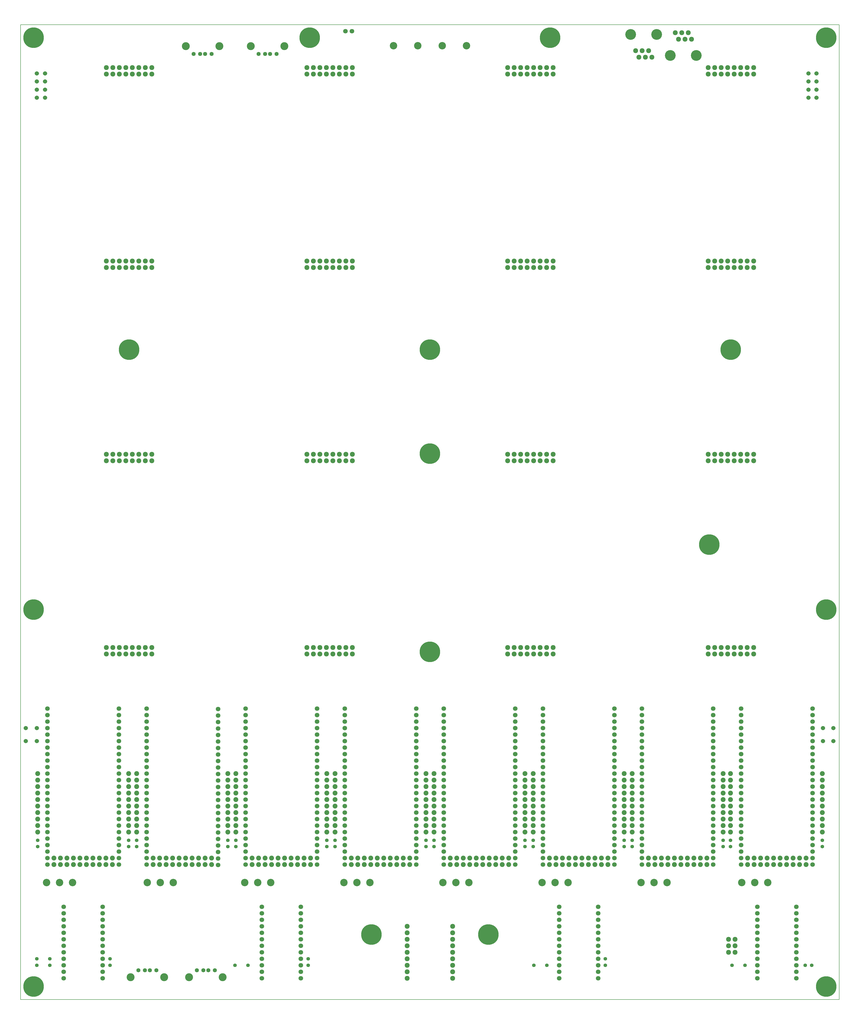
<source format=gbr>
G04 #@! TF.FileFunction,Soldermask,Top*
%FSLAX46Y46*%
G04 Gerber Fmt 4.6, Leading zero omitted, Abs format (unit mm)*
G04 Created by KiCad (PCBNEW 4.0.7) date Wednesday, October 10, 2018 'PMt' 11:05:21 PM*
%MOMM*%
%LPD*%
G01*
G04 APERTURE LIST*
%ADD10C,0.100000*%
%ADD11C,0.150000*%
%ADD12C,1.900000*%
%ADD13C,4.200000*%
%ADD14C,1.924000*%
%ADD15C,1.600000*%
%ADD16C,3.100000*%
%ADD17C,1.797000*%
%ADD18C,1.400000*%
%ADD19C,8.020000*%
%ADD20C,2.900000*%
%ADD21C,1.670000*%
G04 APERTURE END LIST*
D10*
D11*
X345440000Y-16510000D02*
X345440000Y-397510000D01*
X25400000Y-16510000D02*
X25400000Y-397510000D01*
X25400000Y-397510000D02*
X345440000Y-397510000D01*
X25400000Y-16510000D02*
X345440000Y-16510000D01*
D12*
X148272500Y-332105000D03*
X148272500Y-329565000D03*
X148272500Y-327025000D03*
X148272500Y-324485000D03*
X148272500Y-321945000D03*
X148272500Y-319405000D03*
X148272500Y-316865000D03*
X148272500Y-314325000D03*
X148272500Y-311785000D03*
X148272500Y-309245000D03*
X145097500Y-332105000D03*
X145097500Y-329565000D03*
X145097500Y-327025000D03*
X145097500Y-324485000D03*
X145097500Y-321945000D03*
X145097500Y-319405000D03*
X145097500Y-316865000D03*
X145097500Y-314325000D03*
X145097500Y-311785000D03*
X145097500Y-309245000D03*
D13*
X279400000Y-28575000D03*
X289560000Y-28575000D03*
D14*
X285110000Y-22225000D03*
X287650000Y-22225000D03*
X283840000Y-19685000D03*
X286380000Y-19685000D03*
X282570000Y-22225000D03*
X281300000Y-19685000D03*
D15*
X94290000Y-386080000D03*
X96790000Y-386080000D03*
X98790000Y-386080000D03*
X101290000Y-386080000D03*
D16*
X104360000Y-388790000D03*
X91220000Y-388790000D03*
D14*
X176530000Y-389255000D03*
X176530000Y-386715000D03*
X176530000Y-384175000D03*
X176530000Y-381635000D03*
X176530000Y-379095000D03*
X176530000Y-376555000D03*
X176530000Y-374015000D03*
X176530000Y-371475000D03*
X176530000Y-368935000D03*
X194310000Y-368935000D03*
X194310000Y-371475000D03*
X194310000Y-374015000D03*
X194310000Y-376555000D03*
X194310000Y-379095000D03*
X194310000Y-381635000D03*
X194310000Y-384175000D03*
X194310000Y-386715000D03*
X194310000Y-389255000D03*
X304673000Y-379095000D03*
X302133000Y-379095000D03*
X304673000Y-376555000D03*
X302133000Y-376555000D03*
X304673000Y-374015000D03*
X302133000Y-374015000D03*
D17*
X154940000Y-19050000D03*
X152400000Y-19050000D03*
D18*
X60325000Y-384155000D03*
X60325000Y-381655000D03*
X137795000Y-384155000D03*
X137795000Y-381655000D03*
X254000000Y-384155000D03*
X254000000Y-381655000D03*
X332125000Y-384175000D03*
X334625000Y-384175000D03*
X32067500Y-337800000D03*
X32067500Y-335300000D03*
X67627500Y-337800000D03*
X67627500Y-335300000D03*
X109537500Y-337800000D03*
X109537500Y-335300000D03*
X145097500Y-337800000D03*
X145097500Y-335300000D03*
X148272500Y-337800000D03*
X148272500Y-335300000D03*
X183832500Y-337800000D03*
X183832500Y-335300000D03*
X187007500Y-337800000D03*
X187007500Y-335300000D03*
X222567500Y-337800000D03*
X222567500Y-335300000D03*
X225742500Y-337800000D03*
X225742500Y-335300000D03*
X261302500Y-337800000D03*
X261302500Y-335300000D03*
X264477500Y-337800000D03*
X264477500Y-335300000D03*
X300037500Y-337800000D03*
X300037500Y-335300000D03*
X302895000Y-337800000D03*
X302895000Y-335300000D03*
X338772500Y-337800000D03*
X338772500Y-335300000D03*
X70739000Y-337800000D03*
X70739000Y-335300000D03*
X106362500Y-337800000D03*
X106362500Y-335300000D03*
X36830000Y-384175000D03*
X31750000Y-384175000D03*
X231140000Y-384175000D03*
X226060000Y-384175000D03*
X308610000Y-384175000D03*
X303530000Y-384175000D03*
X114300000Y-384175000D03*
X109220000Y-384175000D03*
X36830000Y-381635000D03*
X31750000Y-381635000D03*
D14*
X76657200Y-35877500D03*
X74117200Y-35877500D03*
X71577200Y-35877500D03*
X69037200Y-35877500D03*
X66497200Y-35877500D03*
X63957200Y-35877500D03*
X61417200Y-35877500D03*
X76657200Y-33337500D03*
X74117200Y-33337500D03*
X71577200Y-33337500D03*
X69037200Y-33337500D03*
X66497200Y-33337500D03*
X63957200Y-33337500D03*
X58877200Y-33337500D03*
X61417200Y-33337500D03*
X58877200Y-35877500D03*
X155092400Y-35877500D03*
X152552400Y-35877500D03*
X150012400Y-35877500D03*
X147472400Y-35877500D03*
X144932400Y-35877500D03*
X142392400Y-35877500D03*
X139852400Y-35877500D03*
X155092400Y-33337500D03*
X152552400Y-33337500D03*
X150012400Y-33337500D03*
X147472400Y-33337500D03*
X144932400Y-33337500D03*
X142392400Y-33337500D03*
X137312400Y-33337500D03*
X139852400Y-33337500D03*
X137312400Y-35877500D03*
X311962800Y-35877500D03*
X309422800Y-35877500D03*
X306882800Y-35877500D03*
X304342800Y-35877500D03*
X301802800Y-35877500D03*
X299262800Y-35877500D03*
X296722800Y-35877500D03*
X311962800Y-33337500D03*
X309422800Y-33337500D03*
X306882800Y-33337500D03*
X304342800Y-33337500D03*
X301802800Y-33337500D03*
X299262800Y-33337500D03*
X294182800Y-33337500D03*
X296722800Y-33337500D03*
X294182800Y-35877500D03*
X76657200Y-111417100D03*
X74117200Y-111417100D03*
X71577200Y-111417100D03*
X69037200Y-111417100D03*
X66497200Y-111417100D03*
X63957200Y-111417100D03*
X61417200Y-111417100D03*
X76657200Y-108877100D03*
X74117200Y-108877100D03*
X71577200Y-108877100D03*
X69037200Y-108877100D03*
X66497200Y-108877100D03*
X63957200Y-108877100D03*
X58877200Y-108877100D03*
X61417200Y-108877100D03*
X58877200Y-111417100D03*
X155092400Y-111417100D03*
X152552400Y-111417100D03*
X150012400Y-111417100D03*
X147472400Y-111417100D03*
X144932400Y-111417100D03*
X142392400Y-111417100D03*
X139852400Y-111417100D03*
X155092400Y-108877100D03*
X152552400Y-108877100D03*
X150012400Y-108877100D03*
X147472400Y-108877100D03*
X144932400Y-108877100D03*
X142392400Y-108877100D03*
X137312400Y-108877100D03*
X139852400Y-108877100D03*
X137312400Y-111417100D03*
X311962800Y-111417100D03*
X309422800Y-111417100D03*
X306882800Y-111417100D03*
X304342800Y-111417100D03*
X301802800Y-111417100D03*
X299262800Y-111417100D03*
X296722800Y-111417100D03*
X311962800Y-108877100D03*
X309422800Y-108877100D03*
X306882800Y-108877100D03*
X304342800Y-108877100D03*
X301802800Y-108877100D03*
X299262800Y-108877100D03*
X294182800Y-108877100D03*
X296722800Y-108877100D03*
X294182800Y-111417100D03*
X76657200Y-186956700D03*
X74117200Y-186956700D03*
X71577200Y-186956700D03*
X69037200Y-186956700D03*
X66497200Y-186956700D03*
X63957200Y-186956700D03*
X61417200Y-186956700D03*
X76657200Y-184416700D03*
X74117200Y-184416700D03*
X71577200Y-184416700D03*
X69037200Y-184416700D03*
X66497200Y-184416700D03*
X63957200Y-184416700D03*
X58877200Y-184416700D03*
X61417200Y-184416700D03*
X58877200Y-186956700D03*
X155092400Y-186956700D03*
X152552400Y-186956700D03*
X150012400Y-186956700D03*
X147472400Y-186956700D03*
X144932400Y-186956700D03*
X142392400Y-186956700D03*
X139852400Y-186956700D03*
X155092400Y-184416700D03*
X152552400Y-184416700D03*
X150012400Y-184416700D03*
X147472400Y-184416700D03*
X144932400Y-184416700D03*
X142392400Y-184416700D03*
X137312400Y-184416700D03*
X139852400Y-184416700D03*
X137312400Y-186956700D03*
X76657200Y-262496300D03*
X74117200Y-262496300D03*
X71577200Y-262496300D03*
X69037200Y-262496300D03*
X66497200Y-262496300D03*
X63957200Y-262496300D03*
X61417200Y-262496300D03*
X76657200Y-259956300D03*
X74117200Y-259956300D03*
X71577200Y-259956300D03*
X69037200Y-259956300D03*
X66497200Y-259956300D03*
X63957200Y-259956300D03*
X58877200Y-259956300D03*
X61417200Y-259956300D03*
X58877200Y-262496300D03*
X155092400Y-262496300D03*
X152552400Y-262496300D03*
X150012400Y-262496300D03*
X147472400Y-262496300D03*
X144932400Y-262496300D03*
X142392400Y-262496300D03*
X139852400Y-262496300D03*
X155092400Y-259956300D03*
X152552400Y-259956300D03*
X150012400Y-259956300D03*
X147472400Y-259956300D03*
X144932400Y-259956300D03*
X142392400Y-259956300D03*
X137312400Y-259956300D03*
X139852400Y-259956300D03*
X137312400Y-262496300D03*
X233527600Y-262496300D03*
X230987600Y-262496300D03*
X228447600Y-262496300D03*
X225907600Y-262496300D03*
X223367600Y-262496300D03*
X220827600Y-262496300D03*
X218287600Y-262496300D03*
X233527600Y-259956300D03*
X230987600Y-259956300D03*
X228447600Y-259956300D03*
X225907600Y-259956300D03*
X223367600Y-259956300D03*
X220827600Y-259956300D03*
X215747600Y-259956300D03*
X218287600Y-259956300D03*
X215747600Y-262496300D03*
X311962800Y-262496300D03*
X309422800Y-262496300D03*
X306882800Y-262496300D03*
X304342800Y-262496300D03*
X301802800Y-262496300D03*
X299262800Y-262496300D03*
X296722800Y-262496300D03*
X311962800Y-259956300D03*
X309422800Y-259956300D03*
X306882800Y-259956300D03*
X304342800Y-259956300D03*
X301802800Y-259956300D03*
X299262800Y-259956300D03*
X294182800Y-259956300D03*
X296722800Y-259956300D03*
X294182800Y-262496300D03*
X233527600Y-35877500D03*
X230987600Y-35877500D03*
X228447600Y-35877500D03*
X225907600Y-35877500D03*
X223367600Y-35877500D03*
X220827600Y-35877500D03*
X218287600Y-35877500D03*
X233527600Y-33337500D03*
X230987600Y-33337500D03*
X228447600Y-33337500D03*
X225907600Y-33337500D03*
X223367600Y-33337500D03*
X220827600Y-33337500D03*
X215747600Y-33337500D03*
X218287600Y-33337500D03*
X215747600Y-35877500D03*
X233527600Y-111417100D03*
X230987600Y-111417100D03*
X228447600Y-111417100D03*
X225907600Y-111417100D03*
X223367600Y-111417100D03*
X220827600Y-111417100D03*
X218287600Y-111417100D03*
X233527600Y-108877100D03*
X230987600Y-108877100D03*
X228447600Y-108877100D03*
X225907600Y-108877100D03*
X223367600Y-108877100D03*
X220827600Y-108877100D03*
X215747600Y-108877100D03*
X218287600Y-108877100D03*
X215747600Y-111417100D03*
X233527600Y-186956700D03*
X230987600Y-186956700D03*
X228447600Y-186956700D03*
X225907600Y-186956700D03*
X223367600Y-186956700D03*
X220827600Y-186956700D03*
X218287600Y-186956700D03*
X233527600Y-184416700D03*
X230987600Y-184416700D03*
X228447600Y-184416700D03*
X225907600Y-184416700D03*
X223367600Y-184416700D03*
X220827600Y-184416700D03*
X215747600Y-184416700D03*
X218287600Y-184416700D03*
X215747600Y-186956700D03*
X311962800Y-186956700D03*
X309422800Y-186956700D03*
X306882800Y-186956700D03*
X304342800Y-186956700D03*
X301802800Y-186956700D03*
X299262800Y-186956700D03*
X296722800Y-186956700D03*
X311962800Y-184416700D03*
X309422800Y-184416700D03*
X306882800Y-184416700D03*
X304342800Y-184416700D03*
X301802800Y-184416700D03*
X299262800Y-184416700D03*
X294182800Y-184416700D03*
X296722800Y-184416700D03*
X294182800Y-186956700D03*
D19*
X30480000Y-21590000D03*
X138430000Y-21590000D03*
X232410000Y-21590000D03*
X67818000Y-143510000D03*
X185420000Y-143510000D03*
X303022000Y-143510000D03*
X185420000Y-184150000D03*
X294640000Y-219710000D03*
X30480000Y-245110000D03*
X340360000Y-245110000D03*
X185420000Y-261620000D03*
X162560000Y-372110000D03*
X208280000Y-372110000D03*
X30480000Y-392430000D03*
X340360000Y-392430000D03*
X340360000Y-21590000D03*
D20*
X199670000Y-24765000D03*
X190170000Y-24765000D03*
X180670000Y-24765000D03*
X171170000Y-24765000D03*
X317500000Y-351790000D03*
X312420000Y-351790000D03*
X307340000Y-351790000D03*
X278130000Y-351790000D03*
X273050000Y-351790000D03*
X267970000Y-351790000D03*
X239395000Y-351790000D03*
X234315000Y-351790000D03*
X229235000Y-351790000D03*
X200660000Y-351790000D03*
X195580000Y-351790000D03*
X190500000Y-351790000D03*
X161925000Y-351790000D03*
X156845000Y-351790000D03*
X151765000Y-351790000D03*
X123190000Y-351790000D03*
X118110000Y-351790000D03*
X113030000Y-351790000D03*
X85090000Y-351790000D03*
X80010000Y-351790000D03*
X74930000Y-351790000D03*
X45720000Y-351790000D03*
X40640000Y-351790000D03*
X35560000Y-351790000D03*
D15*
X100020000Y-27940000D03*
X97520000Y-27940000D03*
X95520000Y-27940000D03*
X93020000Y-27940000D03*
D16*
X89950000Y-24940000D03*
X103090000Y-24940000D03*
D15*
X71430000Y-386080000D03*
X73930000Y-386080000D03*
X75930000Y-386080000D03*
X78430000Y-386080000D03*
D16*
X81500000Y-388790000D03*
X68360000Y-388790000D03*
D15*
X125420000Y-27940000D03*
X122920000Y-27940000D03*
X120920000Y-27940000D03*
X118420000Y-27940000D03*
D16*
X115350000Y-24940000D03*
X128490000Y-24940000D03*
D21*
X339090000Y-296545000D03*
X343154000Y-296545000D03*
X339090000Y-291465000D03*
X343154000Y-291465000D03*
X31750000Y-296545000D03*
X31750000Y-291465000D03*
X27432000Y-296545000D03*
X27432000Y-291465000D03*
X31750000Y-35560000D03*
X34925000Y-35560000D03*
X31750000Y-38735000D03*
X34925000Y-38735000D03*
X31750000Y-41910000D03*
X34925000Y-41910000D03*
X31750000Y-45085000D03*
X34925000Y-45085000D03*
X333375000Y-35560000D03*
X336550000Y-35560000D03*
X333375000Y-38735000D03*
X336550000Y-38735000D03*
X333375000Y-41910000D03*
X336550000Y-41910000D03*
X333375000Y-45085000D03*
X336550000Y-45085000D03*
D17*
X119697500Y-361315000D03*
X119697500Y-363855000D03*
X119697500Y-366395000D03*
X119697500Y-368935000D03*
X119697500Y-371475000D03*
X119697500Y-374015000D03*
X119697500Y-376555000D03*
X119697500Y-381635000D03*
X119697500Y-384175000D03*
X119697500Y-386715000D03*
X119697500Y-389255000D03*
X119697500Y-379095000D03*
X134937500Y-379095000D03*
X134937500Y-389255000D03*
X134937500Y-386715000D03*
X134937500Y-384175000D03*
X134937500Y-381635000D03*
X134937500Y-376555000D03*
X134937500Y-374015000D03*
X134937500Y-371475000D03*
X134937500Y-368935000D03*
X134937500Y-366395000D03*
X134937500Y-363855000D03*
X134937500Y-361315000D03*
X313372500Y-361315000D03*
X313372500Y-363855000D03*
X313372500Y-366395000D03*
X313372500Y-368935000D03*
X313372500Y-371475000D03*
X313372500Y-374015000D03*
X313372500Y-376555000D03*
X313372500Y-381635000D03*
X313372500Y-384175000D03*
X313372500Y-386715000D03*
X313372500Y-389255000D03*
X313372500Y-379095000D03*
X328612500Y-379095000D03*
X328612500Y-389255000D03*
X328612500Y-386715000D03*
X328612500Y-384175000D03*
X328612500Y-381635000D03*
X328612500Y-376555000D03*
X328612500Y-374015000D03*
X328612500Y-371475000D03*
X328612500Y-368935000D03*
X328612500Y-366395000D03*
X328612500Y-363855000D03*
X328612500Y-361315000D03*
X235902500Y-361315000D03*
X235902500Y-363855000D03*
X235902500Y-366395000D03*
X235902500Y-368935000D03*
X235902500Y-371475000D03*
X235902500Y-374015000D03*
X235902500Y-376555000D03*
X235902500Y-381635000D03*
X235902500Y-384175000D03*
X235902500Y-386715000D03*
X235902500Y-389255000D03*
X235902500Y-379095000D03*
X251142500Y-379095000D03*
X251142500Y-389255000D03*
X251142500Y-386715000D03*
X251142500Y-384175000D03*
X251142500Y-381635000D03*
X251142500Y-376555000D03*
X251142500Y-374015000D03*
X251142500Y-371475000D03*
X251142500Y-368935000D03*
X251142500Y-366395000D03*
X251142500Y-363855000D03*
X251142500Y-361315000D03*
X42227500Y-361315000D03*
X42227500Y-363855000D03*
X42227500Y-366395000D03*
X42227500Y-368935000D03*
X42227500Y-371475000D03*
X42227500Y-374015000D03*
X42227500Y-376555000D03*
X42227500Y-381635000D03*
X42227500Y-384175000D03*
X42227500Y-386715000D03*
X42227500Y-389255000D03*
X42227500Y-379095000D03*
X57467500Y-379095000D03*
X57467500Y-389255000D03*
X57467500Y-386715000D03*
X57467500Y-384175000D03*
X57467500Y-381635000D03*
X57467500Y-376555000D03*
X57467500Y-374015000D03*
X57467500Y-371475000D03*
X57467500Y-368935000D03*
X57467500Y-366395000D03*
X57467500Y-363855000D03*
X57467500Y-361315000D03*
D14*
X265816000Y-26670000D03*
D13*
X274066000Y-20320000D03*
X263906000Y-20320000D03*
D14*
X268356000Y-26670000D03*
X270896000Y-26670000D03*
X267086000Y-29210000D03*
X269626000Y-29210000D03*
X272166000Y-29210000D03*
D12*
X32067500Y-332105000D03*
X32067500Y-329565000D03*
X32067500Y-327025000D03*
X32067500Y-324485000D03*
X32067500Y-321945000D03*
X32067500Y-319405000D03*
X32067500Y-316865000D03*
X32067500Y-314325000D03*
X32067500Y-311785000D03*
X32067500Y-309245000D03*
X67627500Y-332105000D03*
X67627500Y-329565000D03*
X67627500Y-327025000D03*
X67627500Y-324485000D03*
X67627500Y-321945000D03*
X67627500Y-319405000D03*
X67627500Y-316865000D03*
X67627500Y-314325000D03*
X67627500Y-311785000D03*
X67627500Y-309245000D03*
X70739000Y-332105000D03*
X70739000Y-329565000D03*
X70739000Y-327025000D03*
X70739000Y-324485000D03*
X70739000Y-321945000D03*
X70739000Y-319405000D03*
X70739000Y-316865000D03*
X70739000Y-314325000D03*
X70739000Y-311785000D03*
X70739000Y-309245000D03*
X106362500Y-332105000D03*
X106362500Y-329565000D03*
X106362500Y-327025000D03*
X106362500Y-324485000D03*
X106362500Y-321945000D03*
X106362500Y-319405000D03*
X106362500Y-316865000D03*
X106362500Y-314325000D03*
X106362500Y-311785000D03*
X106362500Y-309245000D03*
X109537500Y-332105000D03*
X109537500Y-329565000D03*
X109537500Y-327025000D03*
X109537500Y-324485000D03*
X109537500Y-321945000D03*
X109537500Y-319405000D03*
X109537500Y-316865000D03*
X109537500Y-314325000D03*
X109537500Y-311785000D03*
X109537500Y-309245000D03*
X183832500Y-332105000D03*
X183832500Y-329565000D03*
X183832500Y-327025000D03*
X183832500Y-324485000D03*
X183832500Y-321945000D03*
X183832500Y-319405000D03*
X183832500Y-316865000D03*
X183832500Y-314325000D03*
X183832500Y-311785000D03*
X183832500Y-309245000D03*
X187007500Y-332105000D03*
X187007500Y-329565000D03*
X187007500Y-327025000D03*
X187007500Y-324485000D03*
X187007500Y-321945000D03*
X187007500Y-319405000D03*
X187007500Y-316865000D03*
X187007500Y-314325000D03*
X187007500Y-311785000D03*
X187007500Y-309245000D03*
X222567500Y-332105000D03*
X222567500Y-329565000D03*
X222567500Y-327025000D03*
X222567500Y-324485000D03*
X222567500Y-321945000D03*
X222567500Y-319405000D03*
X222567500Y-316865000D03*
X222567500Y-314325000D03*
X222567500Y-311785000D03*
X222567500Y-309245000D03*
X225742500Y-332105000D03*
X225742500Y-329565000D03*
X225742500Y-327025000D03*
X225742500Y-324485000D03*
X225742500Y-321945000D03*
X225742500Y-319405000D03*
X225742500Y-316865000D03*
X225742500Y-314325000D03*
X225742500Y-311785000D03*
X225742500Y-309245000D03*
X261302500Y-332105000D03*
X261302500Y-329565000D03*
X261302500Y-327025000D03*
X261302500Y-324485000D03*
X261302500Y-321945000D03*
X261302500Y-319405000D03*
X261302500Y-316865000D03*
X261302500Y-314325000D03*
X261302500Y-311785000D03*
X261302500Y-309245000D03*
X264477500Y-332105000D03*
X264477500Y-329565000D03*
X264477500Y-327025000D03*
X264477500Y-324485000D03*
X264477500Y-321945000D03*
X264477500Y-319405000D03*
X264477500Y-316865000D03*
X264477500Y-314325000D03*
X264477500Y-311785000D03*
X264477500Y-309245000D03*
X300037500Y-332105000D03*
X300037500Y-329565000D03*
X300037500Y-327025000D03*
X300037500Y-324485000D03*
X300037500Y-321945000D03*
X300037500Y-319405000D03*
X300037500Y-316865000D03*
X300037500Y-314325000D03*
X300037500Y-311785000D03*
X300037500Y-309245000D03*
X302895000Y-332105000D03*
X302895000Y-329565000D03*
X302895000Y-327025000D03*
X302895000Y-324485000D03*
X302895000Y-321945000D03*
X302895000Y-319405000D03*
X302895000Y-316865000D03*
X302895000Y-314325000D03*
X302895000Y-311785000D03*
X302895000Y-309245000D03*
X338772500Y-332105000D03*
X338772500Y-329565000D03*
X338772500Y-327025000D03*
X338772500Y-324485000D03*
X338772500Y-321945000D03*
X338772500Y-319405000D03*
X338772500Y-316865000D03*
X338772500Y-314325000D03*
X338772500Y-311785000D03*
X338772500Y-309245000D03*
X38417500Y-344805000D03*
X40957500Y-344805000D03*
X43497500Y-344805000D03*
X46037500Y-344805000D03*
X48577500Y-344805000D03*
X51117500Y-344805000D03*
X53657500Y-344805000D03*
X56197500Y-344805000D03*
X58737500Y-344805000D03*
X61277500Y-344805000D03*
X77152500Y-344805000D03*
X79692500Y-344805000D03*
X82232500Y-344805000D03*
X84772500Y-344805000D03*
X87312500Y-344805000D03*
X89852500Y-344805000D03*
X92392500Y-344805000D03*
X94932500Y-344805000D03*
X97472500Y-344805000D03*
X100012500Y-344805000D03*
X115887500Y-344805000D03*
X118427500Y-344805000D03*
X120967500Y-344805000D03*
X123507500Y-344805000D03*
X126047500Y-344805000D03*
X128587500Y-344805000D03*
X131127500Y-344805000D03*
X133667500Y-344805000D03*
X136207500Y-344805000D03*
X138747500Y-344805000D03*
X154622500Y-344805000D03*
X157162500Y-344805000D03*
X159702500Y-344805000D03*
X162242500Y-344805000D03*
X164782500Y-344805000D03*
X167322500Y-344805000D03*
X169862500Y-344805000D03*
X172402500Y-344805000D03*
X174942500Y-344805000D03*
X177482500Y-344805000D03*
X193357500Y-344805000D03*
X195897500Y-344805000D03*
X198437500Y-344805000D03*
X200977500Y-344805000D03*
X203517500Y-344805000D03*
X206057500Y-344805000D03*
X208597500Y-344805000D03*
X211137500Y-344805000D03*
X213677500Y-344805000D03*
X216217500Y-344805000D03*
X232092500Y-344805000D03*
X234632500Y-344805000D03*
X237172500Y-344805000D03*
X239712500Y-344805000D03*
X242252500Y-344805000D03*
X244792500Y-344805000D03*
X247332500Y-344805000D03*
X249872500Y-344805000D03*
X252412500Y-344805000D03*
X254952500Y-344805000D03*
X270827500Y-344805000D03*
X273367500Y-344805000D03*
X275907500Y-344805000D03*
X278447500Y-344805000D03*
X280987500Y-344805000D03*
X283527500Y-344805000D03*
X286067500Y-344805000D03*
X288607500Y-344805000D03*
X291147500Y-344805000D03*
X293687500Y-344805000D03*
X309562500Y-344805000D03*
X312102500Y-344805000D03*
X314642500Y-344805000D03*
X317182500Y-344805000D03*
X319722500Y-344805000D03*
X322262500Y-344805000D03*
X324802500Y-344805000D03*
X327342500Y-344805000D03*
X329882500Y-344805000D03*
X332422500Y-344805000D03*
X38417500Y-342265000D03*
X40957500Y-342265000D03*
X43497500Y-342265000D03*
X46037500Y-342265000D03*
X48577500Y-342265000D03*
X51117500Y-342265000D03*
X53657500Y-342265000D03*
X56197500Y-342265000D03*
X58737500Y-342265000D03*
X61277500Y-342265000D03*
X77152500Y-342265000D03*
X79692500Y-342265000D03*
X82232500Y-342265000D03*
X84772500Y-342265000D03*
X87312500Y-342265000D03*
X89852500Y-342265000D03*
X92392500Y-342265000D03*
X94932500Y-342265000D03*
X97472500Y-342265000D03*
X100012500Y-342265000D03*
X115887500Y-342265000D03*
X118427500Y-342265000D03*
X120967500Y-342265000D03*
X123507500Y-342265000D03*
X126047500Y-342265000D03*
X128587500Y-342265000D03*
X131127500Y-342265000D03*
X133667500Y-342265000D03*
X136207500Y-342265000D03*
X138747500Y-342265000D03*
X154622500Y-342265000D03*
X157162500Y-342265000D03*
X159702500Y-342265000D03*
X162242500Y-342265000D03*
X164782500Y-342265000D03*
X167322500Y-342265000D03*
X169862500Y-342265000D03*
X172402500Y-342265000D03*
X174942500Y-342265000D03*
X177482500Y-342265000D03*
X193357500Y-342265000D03*
X195897500Y-342265000D03*
X198437500Y-342265000D03*
X200977500Y-342265000D03*
X203517500Y-342265000D03*
X206057500Y-342265000D03*
X208597500Y-342265000D03*
X211137500Y-342265000D03*
X213677500Y-342265000D03*
X216217500Y-342265000D03*
X232092500Y-342265000D03*
X234632500Y-342265000D03*
X237172500Y-342265000D03*
X239712500Y-342265000D03*
X242252500Y-342265000D03*
X244792500Y-342265000D03*
X247332500Y-342265000D03*
X249872500Y-342265000D03*
X252412500Y-342265000D03*
X254952500Y-342265000D03*
X270827500Y-342265000D03*
X273367500Y-342265000D03*
X275907500Y-342265000D03*
X278447500Y-342265000D03*
X280987500Y-342265000D03*
X283527500Y-342265000D03*
X286067500Y-342265000D03*
X288607500Y-342265000D03*
X291147500Y-342265000D03*
X293687500Y-342265000D03*
X309562500Y-342265000D03*
X312102500Y-342265000D03*
X314642500Y-342265000D03*
X317182500Y-342265000D03*
X319722500Y-342265000D03*
X322262500Y-342265000D03*
X324802500Y-342265000D03*
X327342500Y-342265000D03*
X329882500Y-342265000D03*
X332422500Y-342265000D03*
D17*
X35877500Y-283845000D03*
X35877500Y-286385000D03*
X35877500Y-283845000D03*
X35877500Y-286385000D03*
X35877500Y-288925000D03*
X35877500Y-291465000D03*
X35877500Y-294005000D03*
X35877500Y-296545000D03*
X35877500Y-299085000D03*
X35877500Y-301625000D03*
X35877500Y-304165000D03*
X35877500Y-306705000D03*
X35877500Y-309245000D03*
X35877500Y-311785000D03*
X35877500Y-314325000D03*
X35877500Y-316865000D03*
X35877500Y-319405000D03*
X35877500Y-321945000D03*
X35877500Y-324485000D03*
X35877500Y-327025000D03*
X35877500Y-329565000D03*
X35877500Y-332105000D03*
X35877500Y-334645000D03*
X35877500Y-337185000D03*
X35877500Y-339725000D03*
X35877500Y-342265000D03*
X35877500Y-344805000D03*
X63817500Y-286385000D03*
X63817500Y-283845000D03*
X63817500Y-283845000D03*
X63817500Y-286385000D03*
X63817500Y-288925000D03*
X63817500Y-291465000D03*
X63817500Y-294005000D03*
X63817500Y-296545000D03*
X63817500Y-299085000D03*
X63817500Y-301625000D03*
X63817500Y-304165000D03*
X63817500Y-306705000D03*
X63817500Y-309245000D03*
X63817500Y-311785000D03*
X63817500Y-314325000D03*
X63817500Y-316865000D03*
X63817500Y-319405000D03*
X63817500Y-321945000D03*
X63817500Y-324485000D03*
X63817500Y-327025000D03*
X63817500Y-329565000D03*
X63817500Y-332105000D03*
X63817500Y-334645000D03*
X63817500Y-337185000D03*
X63817500Y-339725000D03*
X63817500Y-342265000D03*
X63817500Y-344805000D03*
X74612500Y-283845000D03*
X74612500Y-286385000D03*
X74612500Y-283845000D03*
X74612500Y-286385000D03*
X74612500Y-288925000D03*
X74612500Y-291465000D03*
X74612500Y-294005000D03*
X74612500Y-296545000D03*
X74612500Y-299085000D03*
X74612500Y-301625000D03*
X74612500Y-304165000D03*
X74612500Y-306705000D03*
X74612500Y-309245000D03*
X74612500Y-311785000D03*
X74612500Y-314325000D03*
X74612500Y-316865000D03*
X74612500Y-319405000D03*
X74612500Y-321945000D03*
X74612500Y-324485000D03*
X74612500Y-327025000D03*
X74612500Y-329565000D03*
X74612500Y-332105000D03*
X74612500Y-334645000D03*
X74612500Y-337185000D03*
X74612500Y-339725000D03*
X74612500Y-342265000D03*
X74612500Y-344805000D03*
X102616000Y-286512000D03*
X102616000Y-283972000D03*
X102616000Y-283972000D03*
X102616000Y-286512000D03*
X102616000Y-289052000D03*
X102616000Y-291592000D03*
X102616000Y-294132000D03*
X102616000Y-296672000D03*
X102616000Y-299212000D03*
X102616000Y-301752000D03*
X102616000Y-304292000D03*
X102616000Y-306832000D03*
X102616000Y-309372000D03*
X102616000Y-311912000D03*
X102616000Y-314452000D03*
X102616000Y-316992000D03*
X102616000Y-319532000D03*
X102616000Y-322072000D03*
X102616000Y-324612000D03*
X102616000Y-327152000D03*
X102616000Y-329692000D03*
X102616000Y-332232000D03*
X102616000Y-334772000D03*
X102616000Y-337312000D03*
X102616000Y-339852000D03*
X102616000Y-342392000D03*
X102616000Y-344932000D03*
X113347500Y-283845000D03*
X113347500Y-286385000D03*
X113347500Y-283845000D03*
X113347500Y-286385000D03*
X113347500Y-288925000D03*
X113347500Y-291465000D03*
X113347500Y-294005000D03*
X113347500Y-296545000D03*
X113347500Y-299085000D03*
X113347500Y-301625000D03*
X113347500Y-304165000D03*
X113347500Y-306705000D03*
X113347500Y-309245000D03*
X113347500Y-311785000D03*
X113347500Y-314325000D03*
X113347500Y-316865000D03*
X113347500Y-319405000D03*
X113347500Y-321945000D03*
X113347500Y-324485000D03*
X113347500Y-327025000D03*
X113347500Y-329565000D03*
X113347500Y-332105000D03*
X113347500Y-334645000D03*
X113347500Y-337185000D03*
X113347500Y-339725000D03*
X113347500Y-342265000D03*
X113347500Y-344805000D03*
X141287500Y-286385000D03*
X141287500Y-283845000D03*
X141287500Y-283845000D03*
X141287500Y-286385000D03*
X141287500Y-288925000D03*
X141287500Y-291465000D03*
X141287500Y-294005000D03*
X141287500Y-296545000D03*
X141287500Y-299085000D03*
X141287500Y-301625000D03*
X141287500Y-304165000D03*
X141287500Y-306705000D03*
X141287500Y-309245000D03*
X141287500Y-311785000D03*
X141287500Y-314325000D03*
X141287500Y-316865000D03*
X141287500Y-319405000D03*
X141287500Y-321945000D03*
X141287500Y-324485000D03*
X141287500Y-327025000D03*
X141287500Y-329565000D03*
X141287500Y-332105000D03*
X141287500Y-334645000D03*
X141287500Y-337185000D03*
X141287500Y-339725000D03*
X141287500Y-342265000D03*
X141287500Y-344805000D03*
X152082500Y-283845000D03*
X152082500Y-286385000D03*
X152082500Y-283845000D03*
X152082500Y-286385000D03*
X152082500Y-288925000D03*
X152082500Y-291465000D03*
X152082500Y-294005000D03*
X152082500Y-296545000D03*
X152082500Y-299085000D03*
X152082500Y-301625000D03*
X152082500Y-304165000D03*
X152082500Y-306705000D03*
X152082500Y-309245000D03*
X152082500Y-311785000D03*
X152082500Y-314325000D03*
X152082500Y-316865000D03*
X152082500Y-319405000D03*
X152082500Y-321945000D03*
X152082500Y-324485000D03*
X152082500Y-327025000D03*
X152082500Y-329565000D03*
X152082500Y-332105000D03*
X152082500Y-334645000D03*
X152082500Y-337185000D03*
X152082500Y-339725000D03*
X152082500Y-342265000D03*
X152082500Y-344805000D03*
X180022500Y-286385000D03*
X180022500Y-283845000D03*
X180022500Y-283845000D03*
X180022500Y-286385000D03*
X180022500Y-288925000D03*
X180022500Y-291465000D03*
X180022500Y-294005000D03*
X180022500Y-296545000D03*
X180022500Y-299085000D03*
X180022500Y-301625000D03*
X180022500Y-304165000D03*
X180022500Y-306705000D03*
X180022500Y-309245000D03*
X180022500Y-311785000D03*
X180022500Y-314325000D03*
X180022500Y-316865000D03*
X180022500Y-319405000D03*
X180022500Y-321945000D03*
X180022500Y-324485000D03*
X180022500Y-327025000D03*
X180022500Y-329565000D03*
X180022500Y-332105000D03*
X180022500Y-334645000D03*
X180022500Y-337185000D03*
X180022500Y-339725000D03*
X180022500Y-342265000D03*
X180022500Y-344805000D03*
X190817500Y-283845000D03*
X190817500Y-286385000D03*
X190817500Y-283845000D03*
X190817500Y-286385000D03*
X190817500Y-288925000D03*
X190817500Y-291465000D03*
X190817500Y-294005000D03*
X190817500Y-296545000D03*
X190817500Y-299085000D03*
X190817500Y-301625000D03*
X190817500Y-304165000D03*
X190817500Y-306705000D03*
X190817500Y-309245000D03*
X190817500Y-311785000D03*
X190817500Y-314325000D03*
X190817500Y-316865000D03*
X190817500Y-319405000D03*
X190817500Y-321945000D03*
X190817500Y-324485000D03*
X190817500Y-327025000D03*
X190817500Y-329565000D03*
X190817500Y-332105000D03*
X190817500Y-334645000D03*
X190817500Y-337185000D03*
X190817500Y-339725000D03*
X190817500Y-342265000D03*
X190817500Y-344805000D03*
X218757500Y-286385000D03*
X218757500Y-283845000D03*
X218757500Y-283845000D03*
X218757500Y-286385000D03*
X218757500Y-288925000D03*
X218757500Y-291465000D03*
X218757500Y-294005000D03*
X218757500Y-296545000D03*
X218757500Y-299085000D03*
X218757500Y-301625000D03*
X218757500Y-304165000D03*
X218757500Y-306705000D03*
X218757500Y-309245000D03*
X218757500Y-311785000D03*
X218757500Y-314325000D03*
X218757500Y-316865000D03*
X218757500Y-319405000D03*
X218757500Y-321945000D03*
X218757500Y-324485000D03*
X218757500Y-327025000D03*
X218757500Y-329565000D03*
X218757500Y-332105000D03*
X218757500Y-334645000D03*
X218757500Y-337185000D03*
X218757500Y-339725000D03*
X218757500Y-342265000D03*
X218757500Y-344805000D03*
X229552500Y-283845000D03*
X229552500Y-286385000D03*
X229552500Y-283845000D03*
X229552500Y-286385000D03*
X229552500Y-288925000D03*
X229552500Y-291465000D03*
X229552500Y-294005000D03*
X229552500Y-296545000D03*
X229552500Y-299085000D03*
X229552500Y-301625000D03*
X229552500Y-304165000D03*
X229552500Y-306705000D03*
X229552500Y-309245000D03*
X229552500Y-311785000D03*
X229552500Y-314325000D03*
X229552500Y-316865000D03*
X229552500Y-319405000D03*
X229552500Y-321945000D03*
X229552500Y-324485000D03*
X229552500Y-327025000D03*
X229552500Y-329565000D03*
X229552500Y-332105000D03*
X229552500Y-334645000D03*
X229552500Y-337185000D03*
X229552500Y-339725000D03*
X229552500Y-342265000D03*
X229552500Y-344805000D03*
X257492500Y-286385000D03*
X257492500Y-283845000D03*
X257492500Y-283845000D03*
X257492500Y-286385000D03*
X257492500Y-288925000D03*
X257492500Y-291465000D03*
X257492500Y-294005000D03*
X257492500Y-296545000D03*
X257492500Y-299085000D03*
X257492500Y-301625000D03*
X257492500Y-304165000D03*
X257492500Y-306705000D03*
X257492500Y-309245000D03*
X257492500Y-311785000D03*
X257492500Y-314325000D03*
X257492500Y-316865000D03*
X257492500Y-319405000D03*
X257492500Y-321945000D03*
X257492500Y-324485000D03*
X257492500Y-327025000D03*
X257492500Y-329565000D03*
X257492500Y-332105000D03*
X257492500Y-334645000D03*
X257492500Y-337185000D03*
X257492500Y-339725000D03*
X257492500Y-342265000D03*
X257492500Y-344805000D03*
X268287500Y-283845000D03*
X268287500Y-286385000D03*
X268287500Y-283845000D03*
X268287500Y-286385000D03*
X268287500Y-288925000D03*
X268287500Y-291465000D03*
X268287500Y-294005000D03*
X268287500Y-296545000D03*
X268287500Y-299085000D03*
X268287500Y-301625000D03*
X268287500Y-304165000D03*
X268287500Y-306705000D03*
X268287500Y-309245000D03*
X268287500Y-311785000D03*
X268287500Y-314325000D03*
X268287500Y-316865000D03*
X268287500Y-319405000D03*
X268287500Y-321945000D03*
X268287500Y-324485000D03*
X268287500Y-327025000D03*
X268287500Y-329565000D03*
X268287500Y-332105000D03*
X268287500Y-334645000D03*
X268287500Y-337185000D03*
X268287500Y-339725000D03*
X268287500Y-342265000D03*
X268287500Y-344805000D03*
X296164000Y-286385000D03*
X296164000Y-283845000D03*
X296164000Y-283845000D03*
X296164000Y-286385000D03*
X296164000Y-288925000D03*
X296164000Y-291465000D03*
X296164000Y-294005000D03*
X296164000Y-296545000D03*
X296164000Y-299085000D03*
X296164000Y-301625000D03*
X296164000Y-304165000D03*
X296164000Y-306705000D03*
X296164000Y-309245000D03*
X296164000Y-311785000D03*
X296164000Y-314325000D03*
X296164000Y-316865000D03*
X296164000Y-319405000D03*
X296164000Y-321945000D03*
X296164000Y-324485000D03*
X296164000Y-327025000D03*
X296164000Y-329565000D03*
X296164000Y-332105000D03*
X296164000Y-334645000D03*
X296164000Y-337185000D03*
X296164000Y-339725000D03*
X296164000Y-342265000D03*
X296164000Y-344805000D03*
X307022500Y-283845000D03*
X307022500Y-286385000D03*
X307022500Y-283845000D03*
X307022500Y-286385000D03*
X307022500Y-288925000D03*
X307022500Y-291465000D03*
X307022500Y-294005000D03*
X307022500Y-296545000D03*
X307022500Y-299085000D03*
X307022500Y-301625000D03*
X307022500Y-304165000D03*
X307022500Y-306705000D03*
X307022500Y-309245000D03*
X307022500Y-311785000D03*
X307022500Y-314325000D03*
X307022500Y-316865000D03*
X307022500Y-319405000D03*
X307022500Y-321945000D03*
X307022500Y-324485000D03*
X307022500Y-327025000D03*
X307022500Y-329565000D03*
X307022500Y-332105000D03*
X307022500Y-334645000D03*
X307022500Y-337185000D03*
X307022500Y-339725000D03*
X307022500Y-342265000D03*
X307022500Y-344805000D03*
X334962500Y-286385000D03*
X334962500Y-283845000D03*
X334962500Y-283845000D03*
X334962500Y-286385000D03*
X334962500Y-288925000D03*
X334962500Y-291465000D03*
X334962500Y-294005000D03*
X334962500Y-296545000D03*
X334962500Y-299085000D03*
X334962500Y-301625000D03*
X334962500Y-304165000D03*
X334962500Y-306705000D03*
X334962500Y-309245000D03*
X334962500Y-311785000D03*
X334962500Y-314325000D03*
X334962500Y-316865000D03*
X334962500Y-319405000D03*
X334962500Y-321945000D03*
X334962500Y-324485000D03*
X334962500Y-327025000D03*
X334962500Y-329565000D03*
X334962500Y-332105000D03*
X334962500Y-334645000D03*
X334962500Y-337185000D03*
X334962500Y-339725000D03*
X334962500Y-342265000D03*
X334962500Y-344805000D03*
M02*

</source>
